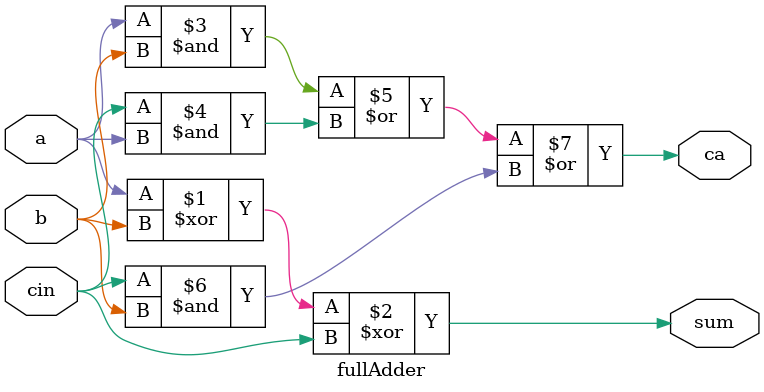
<source format=v>
module fullAdder (a,b,cin,sum, ca);
input a, b, cin;
output sum, ca;
	assign sum = a ^ b ^ cin;
	assign ca  = (a & b) | (cin & a) | (cin & b);
endmodule

</source>
